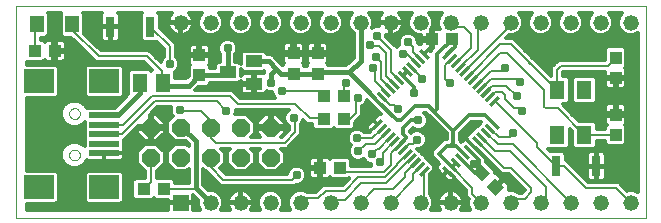
<source format=gtl>
G75*
G70*
%OFA0B0*%
%FSLAX24Y24*%
%IPPOS*%
%LPD*%
%AMOC8*
5,1,8,0,0,1.08239X$1,22.5*
%
%ADD10C,0.0000*%
%ADD11R,0.0400X0.0120*%
%ADD12R,0.0120X0.0400*%
%ADD13R,0.0394X0.0433*%
%ADD14R,0.0433X0.0394*%
%ADD15R,0.0520X0.0520*%
%ADD16C,0.0520*%
%ADD17R,0.0512X0.0591*%
%ADD18R,0.0512X0.0630*%
%ADD19R,0.0984X0.0197*%
%ADD20R,0.0984X0.0787*%
%ADD21R,0.0551X0.0394*%
%ADD22OC8,0.0600*%
%ADD23R,0.0315X0.0669*%
%ADD24R,0.0472X0.0551*%
%ADD25C,0.0160*%
%ADD26C,0.0120*%
%ADD27C,0.0080*%
%ADD28C,0.0310*%
D10*
X000514Y000897D02*
X000514Y007967D01*
X021506Y007967D01*
X021506Y000897D01*
X000514Y000897D01*
X002297Y002988D02*
X002299Y003014D01*
X002305Y003040D01*
X002315Y003065D01*
X002328Y003088D01*
X002344Y003108D01*
X002364Y003126D01*
X002386Y003141D01*
X002409Y003153D01*
X002435Y003161D01*
X002461Y003165D01*
X002487Y003165D01*
X002513Y003161D01*
X002539Y003153D01*
X002563Y003141D01*
X002584Y003126D01*
X002604Y003108D01*
X002620Y003088D01*
X002633Y003065D01*
X002643Y003040D01*
X002649Y003014D01*
X002651Y002988D01*
X002649Y002962D01*
X002643Y002936D01*
X002633Y002911D01*
X002620Y002888D01*
X002604Y002868D01*
X002584Y002850D01*
X002562Y002835D01*
X002539Y002823D01*
X002513Y002815D01*
X002487Y002811D01*
X002461Y002811D01*
X002435Y002815D01*
X002409Y002823D01*
X002385Y002835D01*
X002364Y002850D01*
X002344Y002868D01*
X002328Y002888D01*
X002315Y002911D01*
X002305Y002936D01*
X002299Y002962D01*
X002297Y002988D01*
X002297Y004366D02*
X002299Y004392D01*
X002305Y004418D01*
X002315Y004443D01*
X002328Y004466D01*
X002344Y004486D01*
X002364Y004504D01*
X002386Y004519D01*
X002409Y004531D01*
X002435Y004539D01*
X002461Y004543D01*
X002487Y004543D01*
X002513Y004539D01*
X002539Y004531D01*
X002563Y004519D01*
X002584Y004504D01*
X002604Y004486D01*
X002620Y004466D01*
X002633Y004443D01*
X002643Y004418D01*
X002649Y004392D01*
X002651Y004366D01*
X002649Y004340D01*
X002643Y004314D01*
X002633Y004289D01*
X002620Y004266D01*
X002604Y004246D01*
X002584Y004228D01*
X002562Y004213D01*
X002539Y004201D01*
X002513Y004193D01*
X002487Y004189D01*
X002461Y004189D01*
X002435Y004193D01*
X002409Y004201D01*
X002385Y004213D01*
X002364Y004228D01*
X002344Y004246D01*
X002328Y004266D01*
X002315Y004289D01*
X002305Y004314D01*
X002299Y004340D01*
X002297Y004366D01*
D11*
G36*
X012752Y004106D02*
X012471Y003825D01*
X012386Y003910D01*
X012667Y004191D01*
X012752Y004106D01*
G37*
G36*
X012894Y003965D02*
X012613Y003684D01*
X012528Y003769D01*
X012809Y004050D01*
X012894Y003965D01*
G37*
G36*
X013035Y003823D02*
X012754Y003542D01*
X012669Y003627D01*
X012950Y003908D01*
X013035Y003823D01*
G37*
G36*
X013177Y003682D02*
X012896Y003401D01*
X012811Y003486D01*
X013092Y003767D01*
X013177Y003682D01*
G37*
G36*
X013318Y003540D02*
X013037Y003259D01*
X012952Y003344D01*
X013233Y003625D01*
X013318Y003540D01*
G37*
G36*
X013460Y003399D02*
X013179Y003118D01*
X013094Y003203D01*
X013375Y003484D01*
X013460Y003399D01*
G37*
G36*
X013601Y003258D02*
X013320Y002977D01*
X013235Y003062D01*
X013516Y003343D01*
X013601Y003258D01*
G37*
G36*
X013742Y003116D02*
X013461Y002835D01*
X013376Y002920D01*
X013657Y003201D01*
X013742Y003116D01*
G37*
G36*
X013884Y002975D02*
X013603Y002694D01*
X013518Y002779D01*
X013799Y003060D01*
X013884Y002975D01*
G37*
G36*
X014025Y002833D02*
X013744Y002552D01*
X013659Y002637D01*
X013940Y002918D01*
X014025Y002833D01*
G37*
G36*
X014167Y002692D02*
X013886Y002411D01*
X013801Y002496D01*
X014082Y002777D01*
X014167Y002692D01*
G37*
G36*
X014308Y002550D02*
X014027Y002269D01*
X013942Y002354D01*
X014223Y002635D01*
X014308Y002550D01*
G37*
G36*
X016642Y004884D02*
X016361Y004603D01*
X016276Y004688D01*
X016557Y004969D01*
X016642Y004884D01*
G37*
G36*
X016500Y005025D02*
X016219Y004744D01*
X016134Y004829D01*
X016415Y005110D01*
X016500Y005025D01*
G37*
G36*
X016359Y005167D02*
X016078Y004886D01*
X015993Y004971D01*
X016274Y005252D01*
X016359Y005167D01*
G37*
G36*
X016217Y005308D02*
X015936Y005027D01*
X015851Y005112D01*
X016132Y005393D01*
X016217Y005308D01*
G37*
G36*
X016076Y005450D02*
X015795Y005169D01*
X015710Y005254D01*
X015991Y005535D01*
X016076Y005450D01*
G37*
G36*
X015934Y005591D02*
X015653Y005310D01*
X015568Y005395D01*
X015849Y005676D01*
X015934Y005591D01*
G37*
G36*
X015793Y005732D02*
X015512Y005451D01*
X015427Y005536D01*
X015708Y005817D01*
X015793Y005732D01*
G37*
G36*
X015652Y005874D02*
X015371Y005593D01*
X015286Y005678D01*
X015567Y005959D01*
X015652Y005874D01*
G37*
G36*
X015510Y006015D02*
X015229Y005734D01*
X015144Y005819D01*
X015425Y006100D01*
X015510Y006015D01*
G37*
G36*
X015369Y006157D02*
X015088Y005876D01*
X015003Y005961D01*
X015284Y006242D01*
X015369Y006157D01*
G37*
G36*
X015227Y006298D02*
X014946Y006017D01*
X014861Y006102D01*
X015142Y006383D01*
X015227Y006298D01*
G37*
G36*
X015086Y006440D02*
X014805Y006159D01*
X014720Y006244D01*
X015001Y006525D01*
X015086Y006440D01*
G37*
D12*
G36*
X014308Y006244D02*
X014223Y006159D01*
X013942Y006440D01*
X014027Y006525D01*
X014308Y006244D01*
G37*
G36*
X014167Y006102D02*
X014082Y006017D01*
X013801Y006298D01*
X013886Y006383D01*
X014167Y006102D01*
G37*
G36*
X014025Y005961D02*
X013940Y005876D01*
X013659Y006157D01*
X013744Y006242D01*
X014025Y005961D01*
G37*
G36*
X013884Y005819D02*
X013799Y005734D01*
X013518Y006015D01*
X013603Y006100D01*
X013884Y005819D01*
G37*
G36*
X013742Y005678D02*
X013657Y005593D01*
X013376Y005874D01*
X013461Y005959D01*
X013742Y005678D01*
G37*
G36*
X013601Y005536D02*
X013516Y005451D01*
X013235Y005732D01*
X013320Y005817D01*
X013601Y005536D01*
G37*
G36*
X013460Y005395D02*
X013375Y005310D01*
X013094Y005591D01*
X013179Y005676D01*
X013460Y005395D01*
G37*
G36*
X013318Y005254D02*
X013233Y005169D01*
X012952Y005450D01*
X013037Y005535D01*
X013318Y005254D01*
G37*
G36*
X013177Y005112D02*
X013092Y005027D01*
X012811Y005308D01*
X012896Y005393D01*
X013177Y005112D01*
G37*
G36*
X013035Y004971D02*
X012950Y004886D01*
X012669Y005167D01*
X012754Y005252D01*
X013035Y004971D01*
G37*
G36*
X012894Y004829D02*
X012809Y004744D01*
X012528Y005025D01*
X012613Y005110D01*
X012894Y004829D01*
G37*
G36*
X012752Y004688D02*
X012667Y004603D01*
X012386Y004884D01*
X012471Y004969D01*
X012752Y004688D01*
G37*
G36*
X016076Y003344D02*
X015991Y003259D01*
X015710Y003540D01*
X015795Y003625D01*
X016076Y003344D01*
G37*
G36*
X016217Y003486D02*
X016132Y003401D01*
X015851Y003682D01*
X015936Y003767D01*
X016217Y003486D01*
G37*
G36*
X015934Y003203D02*
X015849Y003118D01*
X015568Y003399D01*
X015653Y003484D01*
X015934Y003203D01*
G37*
G36*
X015793Y003062D02*
X015708Y002977D01*
X015427Y003258D01*
X015512Y003343D01*
X015793Y003062D01*
G37*
G36*
X015652Y002920D02*
X015567Y002835D01*
X015286Y003116D01*
X015371Y003201D01*
X015652Y002920D01*
G37*
G36*
X015510Y002779D02*
X015425Y002694D01*
X015144Y002975D01*
X015229Y003060D01*
X015510Y002779D01*
G37*
G36*
X015369Y002637D02*
X015284Y002552D01*
X015003Y002833D01*
X015088Y002918D01*
X015369Y002637D01*
G37*
G36*
X015227Y002496D02*
X015142Y002411D01*
X014861Y002692D01*
X014946Y002777D01*
X015227Y002496D01*
G37*
G36*
X015086Y002354D02*
X015001Y002269D01*
X014720Y002550D01*
X014805Y002635D01*
X015086Y002354D01*
G37*
G36*
X016359Y003627D02*
X016274Y003542D01*
X015993Y003823D01*
X016078Y003908D01*
X016359Y003627D01*
G37*
G36*
X016500Y003769D02*
X016415Y003684D01*
X016134Y003965D01*
X016219Y004050D01*
X016500Y003769D01*
G37*
G36*
X016642Y003910D02*
X016557Y003825D01*
X016276Y004106D01*
X016361Y004191D01*
X016642Y003910D01*
G37*
D13*
X020514Y003662D03*
X020514Y004332D03*
X020514Y005562D03*
X020514Y006232D03*
X010574Y006372D03*
X009774Y006372D03*
X009774Y005702D03*
X010574Y005702D03*
X006634Y005642D03*
X006634Y006312D03*
D14*
X010779Y004937D03*
X011449Y004937D03*
X011449Y004177D03*
X010779Y004177D03*
X010659Y002557D03*
X011329Y002557D03*
G36*
X016050Y002102D02*
X015745Y002407D01*
X016024Y002686D01*
X016329Y002381D01*
X016050Y002102D01*
G37*
G36*
X016524Y001628D02*
X016219Y001933D01*
X016498Y002212D01*
X016803Y001907D01*
X016524Y001628D01*
G37*
X005449Y001857D03*
X004779Y001857D03*
X001809Y006457D03*
X001139Y006457D03*
X014399Y006837D03*
X015069Y006837D03*
D15*
X006014Y001397D03*
D16*
X007014Y001397D03*
X008014Y001397D03*
X009014Y001397D03*
X010014Y001397D03*
X011014Y001397D03*
X012014Y001397D03*
X013014Y001397D03*
X014014Y001397D03*
X015014Y001397D03*
X016014Y001397D03*
X017014Y001397D03*
X018014Y001397D03*
X019014Y001397D03*
X020014Y001397D03*
X021014Y001397D03*
X021014Y007397D03*
X020014Y007397D03*
X019014Y007397D03*
X018014Y007397D03*
X017014Y007397D03*
X016014Y007397D03*
X015014Y007397D03*
X014014Y007397D03*
X013014Y007397D03*
X012014Y007397D03*
X011014Y007397D03*
X010014Y007397D03*
X009014Y007397D03*
X008014Y007397D03*
X007014Y007397D03*
X006014Y007397D03*
D17*
X005408Y005397D03*
X004660Y005397D03*
D18*
X018561Y005145D03*
X019467Y005145D03*
X019467Y003649D03*
X018561Y003649D03*
D19*
X003458Y003677D03*
X003458Y003992D03*
X003458Y004307D03*
X003458Y003362D03*
X003458Y003047D03*
D20*
X003458Y001905D03*
X001293Y001905D03*
X001293Y005449D03*
X003458Y005449D03*
D21*
X007581Y005737D03*
X008447Y005363D03*
X008447Y006111D03*
D22*
X008014Y003897D03*
X009014Y003897D03*
X007014Y003897D03*
X006014Y003897D03*
X005014Y003897D03*
X005014Y002897D03*
X006014Y002897D03*
X007014Y002897D03*
X008014Y002897D03*
X009014Y002897D03*
D23*
X018525Y002617D03*
X019863Y002617D03*
X005003Y007257D03*
X003665Y007257D03*
D24*
X002405Y007337D03*
X001223Y007337D03*
D25*
X004660Y005397D02*
X004660Y005058D01*
X003909Y004307D01*
X003458Y004307D01*
X005408Y005397D02*
X005508Y005297D01*
X006289Y005297D01*
X006634Y005642D01*
X007336Y005642D01*
X007581Y005737D01*
X007574Y005744D02*
X007574Y006537D01*
X008394Y006164D02*
X008447Y006111D01*
X008940Y006111D01*
X009194Y005857D01*
X009034Y005697D01*
X009034Y005397D01*
X009354Y005697D02*
X009769Y005697D01*
X009774Y005702D01*
X009705Y005771D01*
X009774Y005702D02*
X010574Y005702D01*
X010609Y005737D01*
X011618Y005737D01*
X012014Y006133D01*
X012014Y007397D01*
X009354Y005697D02*
X009194Y005857D01*
X011618Y005737D02*
X012278Y005077D01*
X006634Y005642D02*
X006569Y005577D01*
X006054Y003897D02*
X006514Y003437D01*
X006514Y001897D01*
X007014Y001397D01*
D26*
X007409Y001253D02*
X007619Y001253D01*
X007594Y001313D02*
X007658Y001159D01*
X007660Y001157D01*
X007368Y001157D01*
X007370Y001159D01*
X007434Y001313D01*
X007434Y001481D01*
X007370Y001635D01*
X007252Y001753D01*
X007098Y001817D01*
X006933Y001817D01*
X006754Y001996D01*
X006754Y002507D01*
X006823Y002437D01*
X006871Y002437D01*
X007234Y002074D01*
X007351Y001957D01*
X009631Y001957D01*
X009797Y001957D01*
X009842Y002002D01*
X009937Y002002D01*
X010052Y002050D01*
X010141Y002139D01*
X010189Y002254D01*
X010189Y002380D01*
X010141Y002495D01*
X010052Y002584D01*
X009937Y002632D01*
X009811Y002632D01*
X009696Y002584D01*
X009607Y002495D01*
X009559Y002380D01*
X009559Y002357D01*
X007517Y002357D01*
X007321Y002553D01*
X007474Y002706D01*
X007474Y003088D01*
X007364Y003197D01*
X007664Y003197D01*
X007554Y003088D01*
X007554Y002706D01*
X007823Y002437D01*
X008205Y002437D01*
X008474Y002706D01*
X008474Y003088D01*
X008364Y003197D01*
X008664Y003197D01*
X008554Y003088D01*
X008554Y002706D01*
X008823Y002437D01*
X009205Y002437D01*
X009474Y002706D01*
X009474Y003088D01*
X009364Y003197D01*
X009391Y003197D01*
X009557Y003197D01*
X009897Y003537D01*
X010014Y003654D01*
X010014Y004011D01*
X010041Y004039D01*
X010089Y004154D01*
X010089Y004159D01*
X010114Y004134D01*
X010231Y004017D01*
X010403Y004017D01*
X010403Y003914D01*
X010497Y003820D01*
X011062Y003820D01*
X011114Y003872D01*
X011166Y003820D01*
X011731Y003820D01*
X011825Y003914D01*
X011825Y004065D01*
X011937Y004177D01*
X012054Y004294D01*
X012054Y004614D01*
X012092Y004630D01*
X012181Y004719D01*
X012223Y004821D01*
X012226Y004819D01*
X012349Y004695D01*
X012349Y004690D01*
X012153Y004690D01*
X012218Y004809D02*
X012235Y004809D01*
X012349Y004690D02*
X012478Y004562D01*
X012478Y004562D01*
X012688Y004352D01*
X012602Y004352D01*
X012414Y004164D01*
X012555Y004022D01*
X012414Y004163D01*
X012226Y003975D01*
X012226Y003843D01*
X012315Y003754D01*
X012367Y003806D01*
X012367Y003806D01*
X012298Y003737D01*
X012139Y003737D01*
X012072Y003804D01*
X011957Y003852D01*
X011831Y003852D01*
X011716Y003804D01*
X011627Y003715D01*
X011579Y003600D01*
X011579Y003474D01*
X011627Y003359D01*
X011679Y003307D01*
X011667Y003295D01*
X011619Y003180D01*
X011619Y003054D01*
X011667Y002939D01*
X011756Y002850D01*
X011871Y002802D01*
X011997Y002802D01*
X012104Y002846D01*
X012107Y002839D01*
X012196Y002750D01*
X012311Y002702D01*
X012339Y002702D01*
X012339Y002674D01*
X012363Y002617D01*
X011705Y002617D01*
X011705Y002820D01*
X011611Y002914D01*
X011046Y002914D01*
X010994Y002862D01*
X010942Y002914D01*
X010698Y002914D01*
X010698Y002596D01*
X010621Y002596D01*
X010621Y002914D01*
X010377Y002914D01*
X010283Y002820D01*
X010283Y002595D01*
X010621Y002595D01*
X010621Y002519D01*
X010283Y002519D01*
X010283Y002294D01*
X010377Y002200D01*
X010621Y002200D01*
X010621Y002518D01*
X010698Y002518D01*
X010698Y002200D01*
X010942Y002200D01*
X010994Y002252D01*
X011046Y002200D01*
X011611Y002200D01*
X011628Y002217D01*
X011631Y002217D01*
X011411Y001997D01*
X010771Y001997D01*
X010654Y001880D01*
X010654Y001880D01*
X010511Y001737D01*
X010268Y001737D01*
X010252Y001753D01*
X010098Y001817D01*
X009930Y001817D01*
X009776Y001753D01*
X009658Y001635D01*
X009594Y001481D01*
X009594Y001313D01*
X009658Y001159D01*
X009660Y001157D01*
X009368Y001157D01*
X009370Y001159D01*
X009434Y001313D01*
X009434Y001481D01*
X009370Y001635D01*
X009252Y001753D01*
X009098Y001817D01*
X008930Y001817D01*
X008776Y001753D01*
X008658Y001635D01*
X008594Y001481D01*
X008594Y001313D01*
X008658Y001159D01*
X008660Y001157D01*
X008368Y001157D01*
X008370Y001159D01*
X008434Y001313D01*
X008434Y001377D01*
X008034Y001377D01*
X008034Y001417D01*
X007994Y001417D01*
X007994Y001817D01*
X007930Y001817D01*
X007776Y001753D01*
X007658Y001635D01*
X007594Y001481D01*
X007594Y001417D01*
X007994Y001417D01*
X007994Y001377D01*
X007594Y001377D01*
X007594Y001313D01*
X007594Y001371D02*
X007434Y001371D01*
X007430Y001490D02*
X007598Y001490D01*
X007647Y001608D02*
X007381Y001608D01*
X007278Y001727D02*
X007750Y001727D01*
X007994Y001727D02*
X008034Y001727D01*
X008034Y001817D02*
X008034Y001417D01*
X008434Y001417D01*
X008434Y001481D01*
X008370Y001635D01*
X008252Y001753D01*
X008098Y001817D01*
X008034Y001817D01*
X008278Y001727D02*
X008750Y001727D01*
X008647Y001608D02*
X008381Y001608D01*
X008430Y001490D02*
X008598Y001490D01*
X008594Y001371D02*
X008434Y001371D01*
X008409Y001253D02*
X008619Y001253D01*
X008034Y001490D02*
X007994Y001490D01*
X007994Y001608D02*
X008034Y001608D01*
X007344Y001964D02*
X006786Y001964D01*
X006754Y002082D02*
X007226Y002082D01*
X007107Y002201D02*
X006754Y002201D01*
X006754Y002320D02*
X006989Y002320D01*
X006822Y002438D02*
X006754Y002438D01*
X007324Y002557D02*
X007704Y002557D01*
X007585Y002675D02*
X007443Y002675D01*
X007474Y002794D02*
X007554Y002794D01*
X007554Y002912D02*
X007474Y002912D01*
X007474Y003031D02*
X007554Y003031D01*
X007616Y003149D02*
X007412Y003149D01*
X008412Y003149D02*
X008616Y003149D01*
X008554Y003031D02*
X008474Y003031D01*
X008474Y002912D02*
X008554Y002912D01*
X008554Y002794D02*
X008474Y002794D01*
X008443Y002675D02*
X008585Y002675D01*
X008704Y002557D02*
X008324Y002557D01*
X008206Y002438D02*
X008822Y002438D01*
X009206Y002438D02*
X009583Y002438D01*
X009668Y002557D02*
X009324Y002557D01*
X009443Y002675D02*
X010283Y002675D01*
X010283Y002794D02*
X009474Y002794D01*
X009474Y002912D02*
X010375Y002912D01*
X010621Y002912D02*
X010698Y002912D01*
X010944Y002912D02*
X011044Y002912D01*
X010698Y002794D02*
X010621Y002794D01*
X010621Y002675D02*
X010698Y002675D01*
X010621Y002557D02*
X010080Y002557D01*
X010165Y002438D02*
X010283Y002438D01*
X010283Y002320D02*
X010189Y002320D01*
X010167Y002201D02*
X010376Y002201D01*
X010621Y002201D02*
X010698Y002201D01*
X010698Y002320D02*
X010621Y002320D01*
X010621Y002438D02*
X010698Y002438D01*
X010943Y002201D02*
X011045Y002201D01*
X010738Y001964D02*
X009804Y001964D01*
X010085Y002082D02*
X011497Y002082D01*
X011612Y002201D02*
X011615Y002201D01*
X010620Y001845D02*
X006905Y001845D01*
X006594Y001478D02*
X006434Y001638D01*
X006434Y001417D01*
X006034Y001417D01*
X006034Y001377D01*
X006434Y001377D01*
X006434Y001157D01*
X006660Y001157D01*
X006658Y001159D01*
X006594Y001313D01*
X006594Y001478D01*
X006582Y001490D02*
X006434Y001490D01*
X006434Y001608D02*
X006463Y001608D01*
X005994Y001417D02*
X005994Y001377D01*
X005594Y001377D01*
X005594Y001157D01*
X000894Y001157D01*
X000894Y001352D01*
X001851Y001352D01*
X001945Y001445D01*
X001945Y002365D01*
X001851Y002459D01*
X000894Y002459D01*
X000894Y004895D01*
X001851Y004895D01*
X001945Y004989D01*
X001945Y005909D01*
X001851Y006002D01*
X000894Y006002D01*
X000894Y006100D01*
X001422Y006100D01*
X001474Y006152D01*
X001526Y006100D01*
X001770Y006100D01*
X001770Y006418D01*
X001847Y006418D01*
X001847Y006100D01*
X002091Y006100D01*
X002185Y006194D01*
X002185Y006419D01*
X001847Y006419D01*
X001847Y006495D01*
X002185Y006495D01*
X002185Y006720D01*
X002091Y006814D01*
X001847Y006814D01*
X001847Y006496D01*
X001770Y006496D01*
X001770Y006814D01*
X001526Y006814D01*
X001474Y006762D01*
X001422Y006814D01*
X001339Y006814D01*
X001339Y006901D01*
X001526Y006901D01*
X001620Y006995D01*
X001620Y007679D01*
X001591Y007707D01*
X002037Y007707D01*
X002008Y007679D01*
X002008Y006995D01*
X002102Y006901D01*
X002367Y006901D01*
X003074Y006194D01*
X003191Y006077D01*
X004791Y006077D01*
X005051Y005817D01*
X005034Y005800D01*
X004982Y005852D01*
X004338Y005852D01*
X004244Y005759D01*
X004244Y005035D01*
X004271Y005008D01*
X003828Y004565D01*
X002900Y004565D01*
X002875Y004540D01*
X002845Y004614D01*
X002722Y004737D01*
X002561Y004803D01*
X002387Y004803D01*
X002226Y004737D01*
X002103Y004614D01*
X002037Y004453D01*
X002037Y004279D01*
X002103Y004118D01*
X002226Y003995D01*
X002387Y003929D01*
X002561Y003929D01*
X002722Y003995D01*
X002806Y004080D01*
X002806Y003827D01*
X002806Y003527D01*
X002806Y003274D01*
X002722Y003359D01*
X002561Y003425D01*
X002387Y003425D01*
X002226Y003359D01*
X002103Y003236D01*
X002037Y003075D01*
X002037Y002901D01*
X002103Y002740D01*
X002226Y002617D01*
X002387Y002551D01*
X002561Y002551D01*
X002722Y002617D01*
X002845Y002740D01*
X002875Y002814D01*
X002900Y002789D01*
X003458Y002789D01*
X003458Y003047D01*
X003458Y003047D01*
X003458Y002789D01*
X004017Y002789D01*
X004110Y002882D01*
X004110Y003047D01*
X003459Y003047D01*
X003459Y003047D01*
X004110Y003047D01*
X004110Y003197D01*
X004110Y003477D01*
X004137Y003477D01*
X004597Y003937D01*
X004974Y003937D01*
X004974Y004314D01*
X005237Y004577D01*
X005695Y004577D01*
X005679Y004540D01*
X005679Y004414D01*
X005727Y004299D01*
X005746Y004279D01*
X005554Y004088D01*
X005554Y003706D01*
X005823Y003437D01*
X006175Y003437D01*
X006274Y003338D01*
X006274Y003287D01*
X006205Y003357D01*
X005823Y003357D01*
X005554Y003088D01*
X005554Y002706D01*
X005823Y002437D01*
X006205Y002437D01*
X006274Y002507D01*
X006274Y002057D01*
X005825Y002057D01*
X005825Y002120D01*
X005731Y002214D01*
X005214Y002214D01*
X005214Y002446D01*
X005474Y002706D01*
X005474Y003088D01*
X005205Y003357D01*
X004823Y003357D01*
X004554Y003088D01*
X004554Y002706D01*
X004814Y002446D01*
X004814Y002214D01*
X004497Y002214D01*
X004403Y002120D01*
X004403Y001594D01*
X004497Y001500D01*
X005062Y001500D01*
X005114Y001552D01*
X005166Y001500D01*
X005594Y001500D01*
X005594Y001417D01*
X005994Y001417D01*
X005594Y001371D02*
X004036Y001371D01*
X004017Y001352D02*
X004110Y001445D01*
X004110Y002365D01*
X004017Y002459D01*
X002900Y002459D01*
X002806Y002365D01*
X002806Y001445D01*
X002900Y001352D01*
X004017Y001352D01*
X004110Y001490D02*
X005594Y001490D01*
X005594Y001253D02*
X000894Y001253D01*
X001871Y001371D02*
X002880Y001371D01*
X002806Y001490D02*
X001945Y001490D01*
X001945Y001608D02*
X002806Y001608D01*
X002806Y001727D02*
X001945Y001727D01*
X001945Y001845D02*
X002806Y001845D01*
X002806Y001964D02*
X001945Y001964D01*
X001945Y002082D02*
X002806Y002082D01*
X002806Y002201D02*
X001945Y002201D01*
X001945Y002320D02*
X002806Y002320D01*
X002879Y002438D02*
X001872Y002438D01*
X002373Y002557D02*
X000894Y002557D01*
X000894Y002675D02*
X002169Y002675D01*
X002081Y002794D02*
X000894Y002794D01*
X000894Y002912D02*
X002037Y002912D01*
X002037Y003031D02*
X000894Y003031D01*
X000894Y003149D02*
X002068Y003149D01*
X002136Y003268D02*
X000894Y003268D01*
X000894Y003386D02*
X002294Y003386D01*
X002655Y003386D02*
X002806Y003386D01*
X002806Y003505D02*
X000894Y003505D01*
X000894Y003624D02*
X002806Y003624D01*
X002806Y003742D02*
X000894Y003742D01*
X000894Y003861D02*
X002806Y003861D01*
X002806Y003979D02*
X002682Y003979D01*
X002266Y003979D02*
X000894Y003979D01*
X000894Y004098D02*
X002124Y004098D01*
X002063Y004216D02*
X000894Y004216D01*
X000894Y004335D02*
X002037Y004335D01*
X002037Y004453D02*
X000894Y004453D01*
X000894Y004572D02*
X002086Y004572D01*
X002180Y004690D02*
X000894Y004690D01*
X000894Y004809D02*
X004072Y004809D01*
X004017Y004895D02*
X004110Y004989D01*
X004110Y005909D01*
X004017Y006002D01*
X002900Y006002D01*
X002806Y005909D01*
X002806Y004989D01*
X002900Y004895D01*
X004017Y004895D01*
X004049Y004927D02*
X004190Y004927D01*
X004244Y005046D02*
X004110Y005046D01*
X004110Y005165D02*
X004244Y005165D01*
X004244Y005283D02*
X004110Y005283D01*
X004110Y005402D02*
X004244Y005402D01*
X004244Y005520D02*
X004110Y005520D01*
X004110Y005639D02*
X004244Y005639D01*
X004244Y005757D02*
X004110Y005757D01*
X004110Y005876D02*
X004992Y005876D01*
X004874Y005994D02*
X004025Y005994D01*
X003155Y006113D02*
X002104Y006113D01*
X001847Y006113D02*
X001770Y006113D01*
X001859Y005994D02*
X002892Y005994D01*
X002806Y005876D02*
X001945Y005876D01*
X001945Y005757D02*
X002806Y005757D01*
X002806Y005639D02*
X001945Y005639D01*
X001945Y005520D02*
X002806Y005520D01*
X002806Y005402D02*
X001945Y005402D01*
X001945Y005283D02*
X002806Y005283D01*
X002806Y005165D02*
X001945Y005165D01*
X001945Y005046D02*
X002806Y005046D01*
X002867Y004927D02*
X001884Y004927D01*
X002768Y004690D02*
X003953Y004690D01*
X003835Y004572D02*
X002862Y004572D01*
X004520Y003861D02*
X004974Y003861D01*
X004974Y003857D02*
X004554Y003857D01*
X004554Y003706D01*
X004823Y003437D01*
X004974Y003437D01*
X004974Y003857D01*
X005054Y003857D01*
X005054Y003937D01*
X004974Y003937D01*
X004974Y003857D01*
X005054Y003857D02*
X005054Y003437D01*
X005205Y003437D01*
X005474Y003706D01*
X005474Y003857D01*
X005054Y003857D01*
X005054Y003861D02*
X005554Y003861D01*
X005474Y003937D02*
X005474Y004088D01*
X005205Y004357D01*
X005054Y004357D01*
X005054Y003937D01*
X005474Y003937D01*
X005474Y003979D02*
X005554Y003979D01*
X005564Y004098D02*
X005464Y004098D01*
X005345Y004216D02*
X005683Y004216D01*
X005712Y004335D02*
X005227Y004335D01*
X005113Y004453D02*
X005679Y004453D01*
X005692Y004572D02*
X005232Y004572D01*
X005054Y004335D02*
X004995Y004335D01*
X004974Y004216D02*
X005054Y004216D01*
X005054Y004098D02*
X004974Y004098D01*
X004974Y003979D02*
X005054Y003979D01*
X005054Y003742D02*
X004974Y003742D01*
X004974Y003624D02*
X005054Y003624D01*
X005054Y003505D02*
X004974Y003505D01*
X004756Y003505D02*
X004165Y003505D01*
X004283Y003624D02*
X004637Y003624D01*
X004554Y003742D02*
X004402Y003742D01*
X004110Y003386D02*
X006225Y003386D01*
X005756Y003505D02*
X005272Y003505D01*
X005391Y003624D02*
X005637Y003624D01*
X005554Y003742D02*
X005474Y003742D01*
X005294Y003268D02*
X005734Y003268D01*
X005616Y003149D02*
X005412Y003149D01*
X005474Y003031D02*
X005554Y003031D01*
X005554Y002912D02*
X005474Y002912D01*
X005474Y002794D02*
X005554Y002794D01*
X005585Y002675D02*
X005443Y002675D01*
X005324Y002557D02*
X005704Y002557D01*
X005822Y002438D02*
X005214Y002438D01*
X005214Y002320D02*
X006274Y002320D01*
X006274Y002438D02*
X006206Y002438D01*
X006274Y002201D02*
X005744Y002201D01*
X005825Y002082D02*
X006274Y002082D01*
X007436Y002438D02*
X007822Y002438D01*
X009474Y003031D02*
X011629Y003031D01*
X011613Y002912D02*
X011693Y002912D01*
X011705Y002794D02*
X012152Y002794D01*
X012339Y002675D02*
X011705Y002675D01*
X011619Y003149D02*
X009412Y003149D01*
X009628Y003268D02*
X011656Y003268D01*
X011615Y003386D02*
X009746Y003386D01*
X009865Y003505D02*
X011579Y003505D01*
X011589Y003624D02*
X009983Y003624D01*
X010014Y003742D02*
X011654Y003742D01*
X011772Y003861D02*
X012226Y003861D01*
X012229Y003979D02*
X011825Y003979D01*
X011857Y004098D02*
X012348Y004098D01*
X012479Y004098D02*
X012480Y004098D01*
X012555Y004022D02*
X012555Y004022D01*
X012466Y004216D02*
X011976Y004216D01*
X012054Y004335D02*
X012585Y004335D01*
X012587Y004453D02*
X012054Y004453D01*
X012054Y004572D02*
X012468Y004572D01*
X012569Y004782D02*
X013214Y004137D01*
X013354Y004137D01*
X013834Y004617D01*
X014274Y004617D01*
X014464Y004427D01*
X014554Y004517D01*
X014554Y006357D01*
X014814Y006617D01*
X014849Y006617D01*
X015069Y006837D01*
X015154Y006752D01*
X015154Y006597D01*
X014903Y006346D01*
X014903Y006342D01*
X014438Y006552D02*
X014334Y006448D01*
X014334Y006444D01*
X014297Y006480D01*
X014361Y006480D01*
X014361Y006798D01*
X014438Y006798D01*
X014438Y006552D01*
X014438Y006587D02*
X014361Y006587D01*
X014399Y006616D02*
X014125Y006342D01*
X014309Y006469D02*
X014354Y006469D01*
X014399Y006616D02*
X014399Y006837D01*
X014361Y006824D02*
X013899Y006824D01*
X013909Y006800D02*
X013861Y006915D01*
X013772Y007004D01*
X013657Y007052D01*
X013531Y007052D01*
X013416Y007004D01*
X013327Y006915D01*
X013279Y006800D01*
X013279Y006674D01*
X013293Y006640D01*
X013256Y006624D01*
X013213Y006581D01*
X012869Y006925D01*
X012869Y007002D01*
X012930Y006977D01*
X012994Y006977D01*
X012994Y007377D01*
X012594Y007377D01*
X012594Y007313D01*
X012611Y007272D01*
X012491Y007272D01*
X012401Y007235D01*
X012434Y007313D01*
X012434Y007481D01*
X012370Y007635D01*
X012298Y007707D01*
X012730Y007707D01*
X012658Y007635D01*
X012594Y007481D01*
X012594Y007417D01*
X012994Y007417D01*
X012434Y007417D01*
X012428Y007298D02*
X012600Y007298D01*
X012994Y007298D02*
X013034Y007298D01*
X013034Y007377D02*
X012994Y007377D01*
X012994Y007417D01*
X013034Y007417D02*
X013594Y007417D01*
X013594Y007481D02*
X013594Y007313D01*
X013658Y007159D01*
X013776Y007041D01*
X013930Y006977D01*
X014023Y006977D01*
X014023Y006875D01*
X014361Y006875D01*
X014361Y006799D01*
X014023Y006799D01*
X014023Y006685D01*
X013960Y006685D01*
X013944Y006670D01*
X013909Y006705D01*
X013909Y006800D01*
X013909Y006706D02*
X014023Y006706D01*
X014361Y006706D02*
X014438Y006706D01*
X014438Y006876D02*
X014361Y006876D01*
X014361Y007150D01*
X014370Y007159D01*
X014434Y007313D01*
X014434Y007481D01*
X014370Y007635D01*
X014298Y007707D01*
X014730Y007707D01*
X014658Y007635D01*
X014594Y007481D01*
X014594Y007313D01*
X014644Y007194D01*
X014438Y007194D01*
X014438Y006876D01*
X014438Y006943D02*
X014361Y006943D01*
X014361Y007061D02*
X014438Y007061D01*
X014438Y007180D02*
X014379Y007180D01*
X014428Y007298D02*
X014600Y007298D01*
X014594Y007417D02*
X014434Y007417D01*
X014411Y007535D02*
X014617Y007535D01*
X014677Y007654D02*
X014351Y007654D01*
X013730Y007707D02*
X013658Y007635D01*
X013594Y007481D01*
X013617Y007535D02*
X013411Y007535D01*
X013434Y007481D02*
X013370Y007635D01*
X013298Y007707D01*
X013730Y007707D01*
X013677Y007654D02*
X013351Y007654D01*
X013434Y007481D02*
X013434Y007417D01*
X013034Y007417D01*
X013034Y007377D01*
X013434Y007377D01*
X013434Y007313D01*
X013370Y007159D01*
X013252Y007041D01*
X013098Y006977D01*
X013034Y006977D01*
X013034Y007377D01*
X013034Y007180D02*
X012994Y007180D01*
X012994Y007061D02*
X013034Y007061D01*
X012869Y006943D02*
X013354Y006943D01*
X013289Y006824D02*
X012970Y006824D01*
X013088Y006706D02*
X013279Y006706D01*
X013219Y006587D02*
X013207Y006587D01*
X013834Y006943D02*
X014023Y006943D01*
X013756Y007061D02*
X013272Y007061D01*
X013379Y007180D02*
X013649Y007180D01*
X013600Y007298D02*
X013428Y007298D01*
X012677Y007654D02*
X012351Y007654D01*
X012411Y007535D02*
X012617Y007535D01*
X011730Y007707D02*
X011658Y007635D01*
X011594Y007481D01*
X011594Y007313D01*
X011658Y007159D01*
X011774Y007043D01*
X011774Y006232D01*
X011519Y005977D01*
X010931Y005977D01*
X010931Y005985D01*
X010879Y006037D01*
X010931Y006089D01*
X010931Y006333D01*
X010613Y006333D01*
X010613Y006410D01*
X010931Y006410D01*
X010931Y006654D01*
X010837Y006748D01*
X010612Y006748D01*
X010612Y006410D01*
X010536Y006410D01*
X010536Y006748D01*
X010311Y006748D01*
X010217Y006654D01*
X010217Y006410D01*
X010535Y006410D01*
X010535Y006333D01*
X010217Y006333D01*
X010217Y006089D01*
X010269Y006037D01*
X010217Y005985D01*
X010217Y005942D01*
X010131Y005942D01*
X010131Y005985D01*
X010079Y006037D01*
X010131Y006089D01*
X010131Y006333D01*
X009813Y006333D01*
X009813Y006410D01*
X010131Y006410D01*
X010131Y006654D01*
X010037Y006748D01*
X009812Y006748D01*
X009812Y006410D01*
X009736Y006410D01*
X009736Y006748D01*
X009511Y006748D01*
X009417Y006654D01*
X009417Y006410D01*
X009735Y006410D01*
X009735Y006333D01*
X009417Y006333D01*
X009417Y006089D01*
X009469Y006037D01*
X009417Y005985D01*
X009417Y005973D01*
X009397Y005993D01*
X009330Y006060D01*
X009076Y006314D01*
X008988Y006351D01*
X008892Y006351D01*
X008883Y006351D01*
X008883Y006374D01*
X008789Y006468D01*
X008105Y006468D01*
X008011Y006374D01*
X008011Y006005D01*
X007923Y006094D01*
X007814Y006094D01*
X007814Y006331D01*
X007841Y006359D01*
X007889Y006474D01*
X007889Y006600D01*
X007841Y006715D01*
X007752Y006804D01*
X007637Y006852D01*
X007511Y006852D01*
X007396Y006804D01*
X007307Y006715D01*
X007259Y006600D01*
X007259Y006474D01*
X007307Y006359D01*
X007334Y006331D01*
X007334Y006094D01*
X007239Y006094D01*
X007145Y006000D01*
X007145Y005882D01*
X006991Y005882D01*
X006991Y005925D01*
X006939Y005977D01*
X006991Y006029D01*
X006991Y006273D01*
X006673Y006273D01*
X006673Y006350D01*
X007316Y006350D01*
X007334Y006231D02*
X006991Y006231D01*
X006991Y006350D02*
X006991Y006594D01*
X006897Y006688D01*
X006672Y006688D01*
X006672Y006350D01*
X006596Y006350D01*
X006596Y006688D01*
X006371Y006688D01*
X006277Y006594D01*
X006277Y006350D01*
X006595Y006350D01*
X005854Y006350D01*
X005854Y006262D02*
X005854Y006523D01*
X005854Y006689D01*
X005321Y007222D01*
X005321Y007658D01*
X005272Y007707D01*
X005730Y007707D01*
X005658Y007635D01*
X005594Y007481D01*
X005594Y007417D01*
X005994Y007417D01*
X005321Y007417D01*
X005321Y007298D02*
X005600Y007298D01*
X005594Y007313D02*
X005658Y007159D01*
X005776Y007041D01*
X005930Y006977D01*
X005994Y006977D01*
X005994Y007377D01*
X006034Y007377D01*
X006034Y007417D01*
X006594Y007417D01*
X006594Y007481D02*
X006594Y007313D01*
X006658Y007159D01*
X006776Y007041D01*
X006930Y006977D01*
X007098Y006977D01*
X007252Y007041D01*
X007370Y007159D01*
X007434Y007313D01*
X007434Y007481D01*
X007370Y007635D01*
X007298Y007707D01*
X007730Y007707D01*
X007658Y007635D01*
X007594Y007481D01*
X007594Y007313D01*
X007658Y007159D01*
X007776Y007041D01*
X007930Y006977D01*
X008098Y006977D01*
X008252Y007041D01*
X008370Y007159D01*
X008434Y007313D01*
X008434Y007481D01*
X008370Y007635D01*
X008298Y007707D01*
X008730Y007707D01*
X008658Y007635D01*
X008594Y007481D01*
X008594Y007313D01*
X008658Y007159D01*
X008776Y007041D01*
X008930Y006977D01*
X009098Y006977D01*
X009252Y007041D01*
X009370Y007159D01*
X009434Y007313D01*
X009434Y007481D01*
X009370Y007635D01*
X009298Y007707D01*
X009730Y007707D01*
X009658Y007635D01*
X009594Y007481D01*
X009594Y007313D01*
X009658Y007159D01*
X009776Y007041D01*
X009930Y006977D01*
X010098Y006977D01*
X010252Y007041D01*
X010370Y007159D01*
X010434Y007313D01*
X010434Y007481D01*
X010370Y007635D01*
X010298Y007707D01*
X010730Y007707D01*
X010658Y007635D01*
X010594Y007481D01*
X010594Y007313D01*
X010658Y007159D01*
X010776Y007041D01*
X010930Y006977D01*
X011098Y006977D01*
X011252Y007041D01*
X011370Y007159D01*
X011434Y007313D01*
X011434Y007481D01*
X011370Y007635D01*
X011298Y007707D01*
X011730Y007707D01*
X011677Y007654D02*
X011351Y007654D01*
X011411Y007535D02*
X011617Y007535D01*
X011594Y007417D02*
X011434Y007417D01*
X011428Y007298D02*
X011600Y007298D01*
X011649Y007180D02*
X011379Y007180D01*
X011272Y007061D02*
X011756Y007061D01*
X011774Y006943D02*
X005600Y006943D01*
X005482Y007061D02*
X005756Y007061D01*
X005994Y007061D02*
X006034Y007061D01*
X006034Y006977D02*
X006098Y006977D01*
X006252Y007041D01*
X006370Y007159D01*
X006434Y007313D01*
X006434Y007377D01*
X006034Y007377D01*
X006034Y006977D01*
X006272Y007061D02*
X006756Y007061D01*
X006649Y007180D02*
X006379Y007180D01*
X006428Y007298D02*
X006600Y007298D01*
X006434Y007417D02*
X006434Y007481D01*
X006370Y007635D01*
X006298Y007707D01*
X006730Y007707D01*
X006658Y007635D01*
X006594Y007481D01*
X006617Y007535D02*
X006411Y007535D01*
X006351Y007654D02*
X006677Y007654D01*
X006434Y007417D02*
X006034Y007417D01*
X005994Y007417D02*
X005994Y007377D01*
X005594Y007377D01*
X005594Y007313D01*
X005649Y007180D02*
X005363Y007180D01*
X005994Y007180D02*
X006034Y007180D01*
X006034Y007298D02*
X005994Y007298D01*
X005617Y007535D02*
X005321Y007535D01*
X005321Y007654D02*
X005677Y007654D01*
X004735Y007707D02*
X004686Y007658D01*
X004686Y006856D01*
X004780Y006762D01*
X005215Y006762D01*
X005454Y006523D01*
X005454Y006262D01*
X005387Y006195D01*
X005343Y006090D01*
X004957Y006477D01*
X004791Y006477D01*
X003357Y006477D01*
X002801Y007033D01*
X002801Y007679D01*
X002772Y007707D01*
X003396Y007707D01*
X003347Y007658D01*
X003347Y007276D01*
X003646Y007276D01*
X003646Y007238D01*
X003683Y007238D01*
X003683Y006762D01*
X003888Y006762D01*
X003982Y006856D01*
X003982Y007238D01*
X003684Y007238D01*
X003684Y007276D01*
X003982Y007276D01*
X003982Y007658D01*
X003933Y007707D01*
X004735Y007707D01*
X004686Y007654D02*
X003982Y007654D01*
X003982Y007535D02*
X004686Y007535D01*
X004686Y007417D02*
X003982Y007417D01*
X003982Y007298D02*
X004686Y007298D01*
X004686Y007180D02*
X003982Y007180D01*
X003683Y007180D02*
X003646Y007180D01*
X003646Y007238D02*
X003646Y006762D01*
X003441Y006762D01*
X003347Y006856D01*
X003347Y007238D01*
X003646Y007238D01*
X003347Y007180D02*
X002801Y007180D01*
X002801Y007298D02*
X003347Y007298D01*
X003347Y007417D02*
X002801Y007417D01*
X002801Y007535D02*
X003347Y007535D01*
X003347Y007654D02*
X002801Y007654D01*
X002008Y007654D02*
X001620Y007654D01*
X001620Y007535D02*
X002008Y007535D01*
X002008Y007417D02*
X001620Y007417D01*
X001620Y007298D02*
X002008Y007298D01*
X002008Y007180D02*
X001620Y007180D01*
X001620Y007061D02*
X002008Y007061D01*
X002061Y006943D02*
X001567Y006943D01*
X001339Y006824D02*
X002444Y006824D01*
X002563Y006706D02*
X002185Y006706D01*
X002185Y006587D02*
X002681Y006587D01*
X002800Y006469D02*
X001847Y006469D01*
X001847Y006350D02*
X001770Y006350D01*
X001770Y006231D02*
X001847Y006231D01*
X002185Y006231D02*
X003037Y006231D01*
X002918Y006350D02*
X002185Y006350D01*
X001847Y006587D02*
X001770Y006587D01*
X001770Y006706D02*
X001847Y006706D01*
X002801Y007061D02*
X003347Y007061D01*
X003347Y006943D02*
X002891Y006943D01*
X003010Y006824D02*
X003379Y006824D01*
X003646Y006824D02*
X003683Y006824D01*
X003683Y006943D02*
X003646Y006943D01*
X003646Y007061D02*
X003683Y007061D01*
X003982Y007061D02*
X004686Y007061D01*
X004686Y006943D02*
X003982Y006943D01*
X003950Y006824D02*
X004718Y006824D01*
X005272Y006706D02*
X003128Y006706D01*
X003247Y006587D02*
X005390Y006587D01*
X005454Y006469D02*
X004965Y006469D01*
X005084Y006350D02*
X005454Y006350D01*
X005423Y006231D02*
X005202Y006231D01*
X005321Y006113D02*
X005353Y006113D01*
X005854Y006262D02*
X005921Y006195D01*
X005969Y006080D01*
X005969Y005954D01*
X005921Y005839D01*
X005832Y005750D01*
X005824Y005746D01*
X005824Y005537D01*
X006189Y005537D01*
X006277Y005625D01*
X006277Y005925D01*
X006329Y005977D01*
X006277Y006029D01*
X006277Y006273D01*
X006595Y006273D01*
X006595Y006350D01*
X006673Y006350D02*
X006991Y006350D01*
X006991Y006469D02*
X007261Y006469D01*
X007259Y006587D02*
X006991Y006587D01*
X007303Y006706D02*
X005837Y006706D01*
X005854Y006587D02*
X006277Y006587D01*
X006277Y006469D02*
X005854Y006469D01*
X005885Y006231D02*
X006277Y006231D01*
X006277Y006113D02*
X005955Y006113D01*
X005969Y005994D02*
X006312Y005994D01*
X006277Y005876D02*
X005936Y005876D01*
X005840Y005757D02*
X006277Y005757D01*
X006277Y005639D02*
X005824Y005639D01*
X006492Y005161D02*
X006597Y005266D01*
X006897Y005266D01*
X006991Y005360D01*
X006991Y005402D01*
X007218Y005402D01*
X007217Y005402D02*
X007239Y005380D01*
X007923Y005380D01*
X008011Y005469D01*
X008011Y005401D01*
X008408Y005401D01*
X008408Y005324D01*
X008011Y005324D01*
X008011Y005100D01*
X008105Y005006D01*
X008409Y005006D01*
X008409Y005324D01*
X008486Y005324D01*
X008486Y005006D01*
X008789Y005006D01*
X008883Y005100D01*
X008883Y005119D01*
X008971Y005082D01*
X009059Y005082D01*
X009059Y005054D01*
X009107Y004939D01*
X009149Y004897D01*
X007997Y004897D01*
X007737Y005157D01*
X007571Y005157D01*
X006488Y005157D01*
X006492Y005161D01*
X006492Y005161D01*
X006496Y005165D02*
X008011Y005165D01*
X008011Y005283D02*
X006914Y005283D01*
X006991Y005402D02*
X007217Y005402D01*
X007944Y005402D02*
X008011Y005402D01*
X008409Y005402D02*
X008486Y005402D01*
X008409Y005402D01*
X008409Y005720D01*
X008105Y005720D01*
X008016Y005631D01*
X008016Y005843D01*
X008105Y005754D01*
X008789Y005754D01*
X008804Y005770D01*
X008794Y005745D01*
X008794Y005715D01*
X008789Y005720D01*
X008486Y005720D01*
X008486Y005402D01*
X008486Y005283D02*
X008409Y005283D01*
X008409Y005165D02*
X008486Y005165D01*
X008486Y005046D02*
X008409Y005046D01*
X008065Y005046D02*
X007848Y005046D01*
X007966Y004927D02*
X009118Y004927D01*
X009062Y005046D02*
X008829Y005046D01*
X008486Y005520D02*
X008409Y005520D01*
X008409Y005639D02*
X008486Y005639D01*
X008792Y005757D02*
X008799Y005757D01*
X009396Y005994D02*
X009426Y005994D01*
X009417Y006113D02*
X009277Y006113D01*
X009159Y006231D02*
X009417Y006231D01*
X009735Y006350D02*
X008990Y006350D01*
X009417Y006469D02*
X007887Y006469D01*
X007832Y006350D02*
X008011Y006350D01*
X008011Y006231D02*
X007814Y006231D01*
X007814Y006113D02*
X008011Y006113D01*
X007334Y006113D02*
X006991Y006113D01*
X006956Y005994D02*
X007145Y005994D01*
X006672Y006469D02*
X006596Y006469D01*
X006596Y006587D02*
X006672Y006587D01*
X007444Y006824D02*
X005719Y006824D01*
X007272Y007061D02*
X007756Y007061D01*
X007649Y007180D02*
X007379Y007180D01*
X007428Y007298D02*
X007600Y007298D01*
X007594Y007417D02*
X007434Y007417D01*
X007411Y007535D02*
X007617Y007535D01*
X007677Y007654D02*
X007351Y007654D01*
X008351Y007654D02*
X008677Y007654D01*
X008617Y007535D02*
X008411Y007535D01*
X008434Y007417D02*
X008594Y007417D01*
X008600Y007298D02*
X008428Y007298D01*
X008379Y007180D02*
X008649Y007180D01*
X008756Y007061D02*
X008272Y007061D01*
X007704Y006824D02*
X011774Y006824D01*
X011774Y006706D02*
X010880Y006706D01*
X010931Y006587D02*
X011774Y006587D01*
X011774Y006469D02*
X010931Y006469D01*
X010612Y006469D02*
X010536Y006469D01*
X010535Y006350D02*
X009813Y006350D01*
X009812Y006469D02*
X009736Y006469D01*
X009736Y006587D02*
X009812Y006587D01*
X009812Y006706D02*
X009736Y006706D01*
X009468Y006706D02*
X007845Y006706D01*
X007889Y006587D02*
X009417Y006587D01*
X010080Y006706D02*
X010268Y006706D01*
X010217Y006587D02*
X010131Y006587D01*
X010131Y006469D02*
X010217Y006469D01*
X010217Y006231D02*
X010131Y006231D01*
X010131Y006113D02*
X010217Y006113D01*
X010226Y005994D02*
X010122Y005994D01*
X010613Y006350D02*
X011774Y006350D01*
X011773Y006231D02*
X010931Y006231D01*
X010931Y006113D02*
X011655Y006113D01*
X011536Y005994D02*
X010922Y005994D01*
X010612Y006587D02*
X010536Y006587D01*
X010536Y006706D02*
X010612Y006706D01*
X010756Y007061D02*
X010272Y007061D01*
X010379Y007180D02*
X010649Y007180D01*
X010600Y007298D02*
X010428Y007298D01*
X010434Y007417D02*
X010594Y007417D01*
X010617Y007535D02*
X010411Y007535D01*
X010351Y007654D02*
X010677Y007654D01*
X009677Y007654D02*
X009351Y007654D01*
X009411Y007535D02*
X009617Y007535D01*
X009594Y007417D02*
X009434Y007417D01*
X009428Y007298D02*
X009600Y007298D01*
X009649Y007180D02*
X009379Y007180D01*
X009272Y007061D02*
X009756Y007061D01*
X008102Y005757D02*
X008016Y005757D01*
X008016Y005639D02*
X008024Y005639D01*
X007997Y004497D02*
X009627Y004497D01*
X009596Y004484D01*
X009507Y004395D01*
X009459Y004280D01*
X009459Y004154D01*
X009507Y004039D01*
X009596Y003950D01*
X009614Y003942D01*
X009614Y003820D01*
X009391Y003597D01*
X009364Y003597D01*
X009474Y003706D01*
X009474Y003857D01*
X009054Y003857D01*
X009054Y003937D01*
X008974Y003937D01*
X008974Y004357D01*
X008823Y004357D01*
X008554Y004088D01*
X008554Y003937D01*
X008974Y003937D01*
X008974Y003857D01*
X008554Y003857D01*
X008554Y003706D01*
X008664Y003597D01*
X008364Y003597D01*
X008474Y003706D01*
X008474Y004088D01*
X008205Y004357D01*
X007833Y004357D01*
X007849Y004394D01*
X007849Y004497D01*
X007997Y004497D01*
X007849Y004453D02*
X009565Y004453D01*
X009482Y004335D02*
X009227Y004335D01*
X009205Y004357D02*
X009054Y004357D01*
X009054Y003937D01*
X009474Y003937D01*
X009474Y004088D01*
X009205Y004357D01*
X009054Y004335D02*
X008974Y004335D01*
X008974Y004216D02*
X009054Y004216D01*
X008801Y004335D02*
X008227Y004335D01*
X008345Y004216D02*
X008683Y004216D01*
X008564Y004098D02*
X008464Y004098D01*
X008474Y003979D02*
X008554Y003979D01*
X008474Y003861D02*
X008974Y003861D01*
X009054Y003861D02*
X009614Y003861D01*
X009566Y003979D02*
X009474Y003979D01*
X009464Y004098D02*
X009482Y004098D01*
X009459Y004216D02*
X009345Y004216D01*
X009054Y004098D02*
X008974Y004098D01*
X008974Y003979D02*
X009054Y003979D01*
X009474Y003742D02*
X009536Y003742D01*
X009418Y003624D02*
X009391Y003624D01*
X010014Y003861D02*
X010456Y003861D01*
X010403Y003979D02*
X010014Y003979D01*
X010066Y004098D02*
X010150Y004098D01*
X011103Y003861D02*
X011125Y003861D01*
X012134Y003742D02*
X012303Y003742D01*
X013277Y003301D02*
X013514Y003538D01*
X013514Y003597D01*
X013434Y003677D01*
X013434Y003877D01*
X013694Y004137D01*
X013934Y004137D01*
X014249Y004098D02*
X014482Y004098D01*
X014601Y003979D02*
X014210Y003979D01*
X014201Y003959D02*
X014249Y004074D01*
X014249Y004200D01*
X014201Y004315D01*
X014119Y004397D01*
X014183Y004397D01*
X014244Y004336D01*
X014244Y004336D01*
X014373Y004207D01*
X014874Y003706D01*
X014874Y003517D01*
X014783Y003517D01*
X014388Y003122D01*
X014388Y002939D01*
X014516Y002811D01*
X014634Y002693D01*
X014559Y002618D01*
X014559Y002485D01*
X014747Y002297D01*
X014889Y002438D01*
X014888Y002438D01*
X014889Y002438D02*
X014889Y002438D01*
X014747Y002297D01*
X014936Y002109D01*
X015068Y002109D01*
X015154Y002194D01*
X015534Y001814D01*
X015534Y001760D01*
X015534Y001594D01*
X015610Y001518D01*
X015594Y001481D01*
X015594Y001313D01*
X015658Y001159D01*
X015660Y001157D01*
X015368Y001157D01*
X015370Y001159D01*
X015434Y001313D01*
X015434Y001377D01*
X015034Y001377D01*
X015034Y001417D01*
X014994Y001417D01*
X014994Y001817D01*
X014930Y001817D01*
X014776Y001753D01*
X014658Y001635D01*
X014594Y001481D01*
X014594Y001417D01*
X014994Y001417D01*
X014994Y001377D01*
X014594Y001377D01*
X014594Y001313D01*
X014658Y001159D01*
X014660Y001157D01*
X014368Y001157D01*
X014370Y001159D01*
X014434Y001313D01*
X014434Y001481D01*
X014370Y001635D01*
X014325Y001680D01*
X014325Y002341D01*
X014469Y002485D01*
X014469Y002618D01*
X014290Y002796D01*
X014149Y002938D01*
X014007Y003079D01*
X013904Y003182D01*
X013957Y003182D01*
X014072Y003230D01*
X014161Y003319D01*
X014209Y003434D01*
X014209Y003560D01*
X014161Y003675D01*
X014072Y003764D01*
X013957Y003812D01*
X013831Y003812D01*
X013716Y003764D01*
X013687Y003735D01*
X013654Y003768D01*
X013654Y003786D01*
X013747Y003879D01*
X013756Y003870D01*
X013871Y003822D01*
X013997Y003822D01*
X014112Y003870D01*
X014201Y003959D01*
X014090Y003861D02*
X014719Y003861D01*
X014838Y003742D02*
X014094Y003742D01*
X014183Y003624D02*
X014874Y003624D01*
X014771Y003505D02*
X014209Y003505D01*
X014189Y003386D02*
X014652Y003386D01*
X014534Y003268D02*
X014110Y003268D01*
X013937Y003149D02*
X014415Y003149D01*
X014388Y003031D02*
X014056Y003031D01*
X014174Y002912D02*
X014415Y002912D01*
X014608Y003031D02*
X014874Y003297D01*
X014994Y003297D01*
X015094Y003397D01*
X015094Y003797D01*
X014464Y004427D01*
X014245Y004335D02*
X014182Y004335D01*
X014242Y004216D02*
X014364Y004216D01*
X014373Y004207D02*
X014373Y004207D01*
X013778Y003861D02*
X013729Y003861D01*
X013694Y003742D02*
X013680Y003742D01*
X014994Y003297D02*
X015194Y003297D01*
X015469Y003022D01*
X015469Y003018D01*
X015611Y003160D02*
X015610Y003160D01*
X015611Y003160D02*
X015954Y002817D01*
X015954Y002514D01*
X015834Y002394D01*
X015810Y002394D01*
X015327Y002877D01*
X015186Y002735D02*
X015044Y002594D01*
X014608Y003031D01*
X014533Y002794D02*
X014293Y002794D01*
X014411Y002675D02*
X014617Y002675D01*
X014559Y002557D02*
X014469Y002557D01*
X014422Y002438D02*
X014606Y002438D01*
X014725Y002320D02*
X014325Y002320D01*
X014325Y002201D02*
X014843Y002201D01*
X014770Y002320D02*
X014770Y002320D01*
X014903Y002448D02*
X015114Y002237D01*
X015266Y002082D02*
X014325Y002082D01*
X014325Y001964D02*
X015384Y001964D01*
X015503Y001845D02*
X014325Y001845D01*
X014325Y001727D02*
X014750Y001727D01*
X014647Y001608D02*
X014381Y001608D01*
X014430Y001490D02*
X014598Y001490D01*
X014594Y001371D02*
X014434Y001371D01*
X014409Y001253D02*
X014619Y001253D01*
X015034Y001417D02*
X015034Y001817D01*
X015098Y001817D01*
X015252Y001753D01*
X015370Y001635D01*
X015434Y001481D01*
X015434Y001417D01*
X015034Y001417D01*
X015034Y001490D02*
X014994Y001490D01*
X014994Y001608D02*
X015034Y001608D01*
X015034Y001727D02*
X014994Y001727D01*
X015278Y001727D02*
X015534Y001727D01*
X015534Y001608D02*
X015381Y001608D01*
X015430Y001490D02*
X015598Y001490D01*
X015594Y001371D02*
X015434Y001371D01*
X015409Y001253D02*
X015619Y001253D01*
X016940Y001817D02*
X016963Y001840D01*
X016963Y001973D01*
X016790Y002145D01*
X016565Y001920D01*
X016511Y001975D01*
X016736Y002200D01*
X016563Y002373D01*
X016490Y002373D01*
X016490Y002446D01*
X016174Y002762D01*
X016174Y002874D01*
X016594Y002454D01*
X016711Y002337D01*
X016951Y002337D01*
X017481Y001807D01*
X017391Y001717D01*
X017288Y001717D01*
X017252Y001753D01*
X017098Y001817D01*
X016940Y001817D01*
X016963Y001845D02*
X017443Y001845D01*
X017324Y001964D02*
X016963Y001964D01*
X016853Y002082D02*
X017206Y002082D01*
X017087Y002201D02*
X016735Y002201D01*
X016814Y002237D02*
X015751Y003300D01*
X015454Y003597D01*
X015497Y003556D02*
X015549Y003608D01*
X015728Y003786D01*
X015728Y003786D01*
X015869Y003928D01*
X015869Y003928D01*
X015973Y004032D01*
X015973Y004032D01*
X016038Y004097D01*
X015705Y004097D01*
X015314Y003706D01*
X015314Y003706D01*
X015314Y003488D01*
X015372Y003430D01*
X015408Y003466D01*
X015432Y003491D01*
X015445Y003503D01*
X015497Y003555D01*
X015549Y003503D01*
X015549Y003503D01*
X015549Y003504D01*
X015497Y003556D01*
X015547Y003505D02*
X015548Y003505D01*
X015446Y003505D02*
X015314Y003505D01*
X015314Y003624D02*
X015565Y003624D01*
X015683Y003742D02*
X015350Y003742D01*
X015094Y003797D02*
X015614Y004317D01*
X016154Y004317D01*
X016459Y004012D01*
X016459Y004008D01*
X015921Y003979D02*
X015587Y003979D01*
X015469Y003861D02*
X015802Y003861D01*
X015751Y003301D02*
X015751Y003300D01*
X015974Y003077D01*
X016174Y002794D02*
X016254Y002794D01*
X016260Y002675D02*
X016373Y002675D01*
X016379Y002557D02*
X016492Y002557D01*
X016490Y002438D02*
X016610Y002438D01*
X016616Y002320D02*
X016969Y002320D01*
X016834Y002237D02*
X016814Y002237D01*
X016834Y002237D02*
X016517Y001920D01*
X016511Y001920D01*
X016522Y001964D02*
X016609Y001964D01*
X016618Y002082D02*
X016727Y002082D01*
X017278Y001727D02*
X017401Y001727D01*
X016037Y002394D02*
X016008Y002394D01*
X016008Y002443D01*
X015774Y002677D01*
X015834Y002394D02*
X016008Y002394D01*
X014903Y002452D02*
X014903Y002448D01*
X018250Y003174D02*
X018313Y003112D01*
X018748Y003112D01*
X018842Y003018D01*
X018842Y002817D01*
X018857Y002817D01*
X019597Y002077D01*
X020451Y002077D01*
X020617Y002077D01*
X020893Y001801D01*
X020930Y001817D01*
X021098Y001817D01*
X021246Y001755D01*
X021246Y007039D01*
X021098Y006977D01*
X020930Y006977D01*
X020776Y007041D01*
X020658Y007159D01*
X020594Y007313D01*
X020594Y007481D01*
X020658Y007635D01*
X020730Y007707D01*
X020298Y007707D01*
X020370Y007635D01*
X020434Y007481D01*
X020434Y007313D01*
X020370Y007159D01*
X020252Y007041D01*
X020098Y006977D01*
X019930Y006977D01*
X019776Y007041D01*
X019658Y007159D01*
X019594Y007313D01*
X019594Y007481D01*
X019658Y007635D01*
X019730Y007707D01*
X019298Y007707D01*
X019370Y007635D01*
X019434Y007481D01*
X019434Y007313D01*
X019370Y007159D01*
X019252Y007041D01*
X019098Y006977D01*
X018930Y006977D01*
X018776Y007041D01*
X018658Y007159D01*
X018594Y007313D01*
X018594Y007481D01*
X018658Y007635D01*
X018730Y007707D01*
X018298Y007707D01*
X018370Y007635D01*
X018434Y007481D01*
X018434Y007313D01*
X018370Y007159D01*
X018252Y007041D01*
X018098Y006977D01*
X017930Y006977D01*
X017776Y007041D01*
X017658Y007159D01*
X017594Y007313D01*
X017594Y007481D01*
X017658Y007635D01*
X017730Y007707D01*
X017298Y007707D01*
X017370Y007635D01*
X017434Y007481D01*
X017434Y007313D01*
X017370Y007159D01*
X017252Y007041D01*
X017098Y006977D01*
X016957Y006977D01*
X016937Y006957D01*
X016857Y006877D01*
X016927Y006877D01*
X017092Y006877D01*
X017854Y006116D01*
X018361Y005620D01*
X018361Y005620D01*
X018361Y005741D01*
X018361Y005907D01*
X018494Y006040D01*
X018611Y006157D01*
X020156Y006157D01*
X020157Y006158D01*
X020157Y006514D01*
X020251Y006608D01*
X020777Y006608D01*
X020871Y006514D01*
X020871Y005949D01*
X020819Y005897D01*
X020871Y005845D01*
X020871Y005601D01*
X020553Y005601D01*
X020553Y005524D01*
X020871Y005524D01*
X020871Y005280D01*
X020777Y005186D01*
X020552Y005186D01*
X020552Y005524D01*
X020476Y005524D01*
X020476Y005186D01*
X020251Y005186D01*
X020157Y005280D01*
X020157Y005524D01*
X020475Y005524D01*
X020475Y005601D01*
X020157Y005601D01*
X020157Y005757D01*
X020156Y005757D01*
X018777Y005757D01*
X018761Y005741D01*
X018761Y005620D01*
X018883Y005620D01*
X018977Y005526D01*
X018977Y004764D01*
X018883Y004670D01*
X018748Y004670D01*
X018778Y004640D01*
X018778Y004620D01*
X019275Y004124D01*
X019789Y004124D01*
X019883Y004030D01*
X019883Y003849D01*
X020157Y003849D01*
X020157Y003945D01*
X020209Y003997D01*
X020157Y004049D01*
X020157Y004293D01*
X020475Y004293D01*
X020475Y004370D01*
X020157Y004370D01*
X020157Y004614D01*
X020251Y004708D01*
X020476Y004708D01*
X020476Y004370D01*
X020552Y004370D01*
X020552Y004708D01*
X020777Y004708D01*
X020871Y004614D01*
X020871Y004370D01*
X020553Y004370D01*
X020553Y004293D01*
X020871Y004293D01*
X020871Y004049D01*
X020819Y003997D01*
X020871Y003945D01*
X020871Y003380D01*
X020777Y003286D01*
X020251Y003286D01*
X020157Y003380D01*
X020157Y003449D01*
X019883Y003449D01*
X019883Y003268D01*
X021246Y003268D01*
X021246Y003386D02*
X020871Y003386D01*
X020871Y003505D02*
X021246Y003505D01*
X021246Y003624D02*
X020871Y003624D01*
X020871Y003742D02*
X021246Y003742D01*
X021246Y003861D02*
X020871Y003861D01*
X020837Y003979D02*
X021246Y003979D01*
X021246Y004098D02*
X020871Y004098D01*
X020871Y004216D02*
X021246Y004216D01*
X021246Y004335D02*
X020553Y004335D01*
X020475Y004335D02*
X019064Y004335D01*
X018945Y004453D02*
X020157Y004453D01*
X020476Y004453D02*
X020552Y004453D01*
X020552Y004572D02*
X020476Y004572D01*
X020476Y004690D02*
X020552Y004690D01*
X020233Y004690D02*
X019809Y004690D01*
X019789Y004670D02*
X019883Y004764D01*
X019883Y005526D01*
X019789Y005620D01*
X019145Y005620D01*
X019051Y005526D01*
X019051Y004764D01*
X019145Y004670D01*
X019789Y004670D01*
X019883Y004809D02*
X021246Y004809D01*
X021246Y004690D02*
X020795Y004690D01*
X020871Y004572D02*
X021246Y004572D01*
X021246Y004453D02*
X020871Y004453D01*
X020157Y004572D02*
X018827Y004572D01*
X018904Y004690D02*
X019124Y004690D01*
X019051Y004809D02*
X018977Y004809D01*
X018977Y004927D02*
X019051Y004927D01*
X019051Y005046D02*
X018977Y005046D01*
X018977Y005165D02*
X019051Y005165D01*
X019051Y005283D02*
X018977Y005283D01*
X018977Y005402D02*
X019051Y005402D01*
X019051Y005520D02*
X018977Y005520D01*
X018761Y005639D02*
X020157Y005639D01*
X020157Y005520D02*
X019883Y005520D01*
X019883Y005402D02*
X020157Y005402D01*
X020157Y005283D02*
X019883Y005283D01*
X019883Y005165D02*
X021246Y005165D01*
X021246Y005283D02*
X020871Y005283D01*
X020871Y005402D02*
X021246Y005402D01*
X021246Y005520D02*
X020871Y005520D01*
X020871Y005639D02*
X021246Y005639D01*
X021246Y005757D02*
X020871Y005757D01*
X020840Y005876D02*
X021246Y005876D01*
X021246Y005994D02*
X020871Y005994D01*
X020871Y006113D02*
X021246Y006113D01*
X021246Y006231D02*
X020871Y006231D01*
X020871Y006350D02*
X021246Y006350D01*
X021246Y006469D02*
X020871Y006469D01*
X020798Y006587D02*
X021246Y006587D01*
X021246Y006706D02*
X017264Y006706D01*
X017382Y006587D02*
X020230Y006587D01*
X020157Y006469D02*
X017501Y006469D01*
X017619Y006350D02*
X020157Y006350D01*
X020157Y006231D02*
X017738Y006231D01*
X017857Y006113D02*
X018567Y006113D01*
X018449Y005994D02*
X017978Y005994D01*
X018099Y005876D02*
X018361Y005876D01*
X018361Y005757D02*
X018221Y005757D01*
X018342Y005639D02*
X018361Y005639D01*
X019883Y005046D02*
X021246Y005046D01*
X021246Y004927D02*
X019883Y004927D01*
X020476Y005283D02*
X020552Y005283D01*
X020552Y005402D02*
X020476Y005402D01*
X020476Y005520D02*
X020552Y005520D01*
X020157Y004216D02*
X019182Y004216D01*
X019815Y004098D02*
X020157Y004098D01*
X020191Y003979D02*
X019883Y003979D01*
X019883Y003861D02*
X020157Y003861D01*
X020157Y003386D02*
X019883Y003386D01*
X019883Y003268D02*
X019789Y003174D01*
X019145Y003174D01*
X019051Y003268D01*
X018977Y003268D01*
X018977Y003856D01*
X019051Y003782D01*
X019051Y003268D01*
X018977Y003268D02*
X018883Y003174D01*
X018250Y003174D01*
X018275Y003149D02*
X021246Y003149D01*
X021246Y003031D02*
X020168Y003031D01*
X020181Y003018D02*
X020087Y003112D01*
X019882Y003112D01*
X019882Y002636D01*
X019844Y002636D01*
X019844Y002598D01*
X019546Y002598D01*
X019546Y002216D01*
X019640Y002122D01*
X019844Y002122D01*
X019844Y002598D01*
X019882Y002598D01*
X019882Y002122D01*
X020087Y002122D01*
X020181Y002216D01*
X020181Y002598D01*
X019882Y002598D01*
X019882Y002636D01*
X020181Y002636D01*
X020181Y003018D01*
X020181Y002912D02*
X021246Y002912D01*
X021246Y002794D02*
X020181Y002794D01*
X020181Y002675D02*
X021246Y002675D01*
X021246Y002557D02*
X020181Y002557D01*
X020181Y002438D02*
X021246Y002438D01*
X021246Y002320D02*
X020181Y002320D01*
X020166Y002201D02*
X021246Y002201D01*
X021246Y002082D02*
X019591Y002082D01*
X019561Y002201D02*
X019473Y002201D01*
X019546Y002320D02*
X019354Y002320D01*
X019236Y002438D02*
X019546Y002438D01*
X019844Y002438D02*
X019882Y002438D01*
X019882Y002320D02*
X019844Y002320D01*
X019844Y002201D02*
X019882Y002201D01*
X019882Y002557D02*
X019844Y002557D01*
X019844Y002636D02*
X019546Y002636D01*
X019546Y003018D01*
X019640Y003112D01*
X019844Y003112D01*
X019844Y002636D01*
X019844Y002675D02*
X019882Y002675D01*
X019882Y002794D02*
X019844Y002794D01*
X019546Y002794D02*
X018880Y002794D01*
X018999Y002675D02*
X019546Y002675D01*
X019546Y002557D02*
X019117Y002557D01*
X018842Y002912D02*
X019546Y002912D01*
X019559Y003031D02*
X018829Y003031D01*
X018977Y003386D02*
X019051Y003386D01*
X019051Y003505D02*
X018977Y003505D01*
X018977Y003624D02*
X019051Y003624D01*
X019051Y003742D02*
X018977Y003742D01*
X019844Y003031D02*
X019882Y003031D01*
X019882Y002912D02*
X019844Y002912D01*
X020730Y001964D02*
X021246Y001964D01*
X021246Y001845D02*
X020848Y001845D01*
X013794Y005037D02*
X013794Y005258D01*
X013418Y005634D01*
X013559Y005776D01*
X012569Y004786D02*
X012278Y005077D01*
X012274Y005077D01*
X012569Y004786D02*
X012569Y004782D01*
X008637Y003624D02*
X008391Y003624D01*
X008474Y003742D02*
X008554Y003742D01*
X004814Y002438D02*
X004038Y002438D01*
X004110Y002320D02*
X004814Y002320D01*
X004484Y002201D02*
X004110Y002201D01*
X004110Y002082D02*
X004403Y002082D01*
X004403Y001964D02*
X004110Y001964D01*
X004110Y001845D02*
X004403Y001845D01*
X004403Y001727D02*
X004110Y001727D01*
X004110Y001608D02*
X004403Y001608D01*
X006434Y001371D02*
X006594Y001371D01*
X006619Y001253D02*
X006434Y001253D01*
X009278Y001727D02*
X009750Y001727D01*
X009647Y001608D02*
X009381Y001608D01*
X009430Y001490D02*
X009598Y001490D01*
X009594Y001371D02*
X009434Y001371D01*
X009409Y001253D02*
X009619Y001253D01*
X004704Y002557D02*
X002575Y002557D01*
X002779Y002675D02*
X004585Y002675D01*
X004554Y002794D02*
X004022Y002794D01*
X004110Y002912D02*
X004554Y002912D01*
X004554Y003031D02*
X004110Y003031D01*
X004110Y003149D02*
X004616Y003149D01*
X004734Y003268D02*
X004110Y003268D01*
X003458Y003031D02*
X003458Y003031D01*
X003458Y002912D02*
X003458Y002912D01*
X003458Y002794D02*
X003458Y002794D01*
X002895Y002794D02*
X002867Y002794D01*
X001513Y006113D02*
X001435Y006113D01*
X016923Y006943D02*
X021246Y006943D01*
X021246Y006824D02*
X017145Y006824D01*
X017272Y007061D02*
X017756Y007061D01*
X017649Y007180D02*
X017379Y007180D01*
X017428Y007298D02*
X017600Y007298D01*
X017594Y007417D02*
X017434Y007417D01*
X017411Y007535D02*
X017617Y007535D01*
X017677Y007654D02*
X017351Y007654D01*
X018351Y007654D02*
X018677Y007654D01*
X018617Y007535D02*
X018411Y007535D01*
X018434Y007417D02*
X018594Y007417D01*
X018600Y007298D02*
X018428Y007298D01*
X018379Y007180D02*
X018649Y007180D01*
X018756Y007061D02*
X018272Y007061D01*
X019272Y007061D02*
X019756Y007061D01*
X019649Y007180D02*
X019379Y007180D01*
X019428Y007298D02*
X019600Y007298D01*
X019594Y007417D02*
X019434Y007417D01*
X019411Y007535D02*
X019617Y007535D01*
X019677Y007654D02*
X019351Y007654D01*
X020351Y007654D02*
X020677Y007654D01*
X020617Y007535D02*
X020411Y007535D01*
X020434Y007417D02*
X020594Y007417D01*
X020600Y007298D02*
X020428Y007298D01*
X020379Y007180D02*
X020649Y007180D01*
X020756Y007061D02*
X020272Y007061D01*
D27*
X020514Y006232D02*
X020239Y005957D01*
X018694Y005957D01*
X018561Y005824D01*
X018561Y005145D01*
X017712Y005975D01*
X017010Y006677D01*
X016654Y006677D01*
X015611Y005634D01*
X015610Y005634D01*
X015473Y005776D02*
X016854Y007157D01*
X016854Y007237D01*
X017014Y007397D01*
X016014Y007397D02*
X015914Y007297D01*
X015914Y006497D01*
X015334Y005917D01*
X015327Y005917D01*
X015469Y005776D02*
X015473Y005776D01*
X015196Y006059D02*
X015674Y006537D01*
X015674Y007017D01*
X015454Y007237D01*
X015174Y007237D01*
X015014Y007397D01*
X013754Y006577D02*
X013594Y006737D01*
X013754Y006577D02*
X013754Y006430D01*
X013984Y006200D01*
X013842Y006059D02*
X013544Y006357D01*
X013434Y006357D01*
X013034Y006477D02*
X012554Y006957D01*
X012634Y006617D02*
X012354Y006617D01*
X012334Y006637D01*
X012634Y006617D02*
X012854Y006397D01*
X012854Y005617D01*
X013119Y005352D01*
X013135Y005352D01*
X013277Y005494D02*
X013277Y005493D01*
X013277Y005494D02*
X013034Y005737D01*
X013034Y006477D01*
X012694Y006097D02*
X012534Y006257D01*
X012694Y006097D02*
X012694Y005517D01*
X012994Y005217D01*
X012994Y005210D01*
X012852Y005079D02*
X012494Y005437D01*
X012494Y005877D01*
X012414Y005877D01*
X011514Y005397D02*
X011449Y005332D01*
X011449Y004937D01*
X011854Y004837D02*
X011914Y004897D01*
X011854Y004837D02*
X011854Y004377D01*
X011654Y004177D01*
X011449Y004177D01*
X010779Y004177D02*
X010739Y004217D01*
X010314Y004217D01*
X009834Y004697D01*
X007914Y004697D01*
X007654Y004957D01*
X005054Y004957D01*
X004094Y003997D01*
X003463Y003997D01*
X003458Y003992D01*
X003458Y003677D02*
X004054Y003677D01*
X005154Y004777D01*
X007214Y004777D01*
X007534Y004457D01*
X007014Y004117D02*
X006674Y004457D01*
X006094Y004457D01*
X005994Y004477D01*
X007014Y004117D02*
X007014Y003897D01*
X007014Y003557D01*
X007174Y003397D01*
X009474Y003397D01*
X009814Y003737D01*
X009814Y004177D01*
X009774Y004217D01*
X010599Y005117D02*
X010779Y004937D01*
X010599Y005117D02*
X009374Y005117D01*
X007581Y005737D02*
X007574Y005744D01*
X005654Y006017D02*
X005654Y006606D01*
X005003Y007257D01*
X004874Y006277D02*
X003274Y006277D01*
X002405Y007146D01*
X002405Y007337D01*
X001223Y007337D02*
X001139Y007253D01*
X001139Y006457D01*
X004874Y006277D02*
X005374Y005777D01*
X005374Y005492D01*
X005408Y005397D01*
X006014Y003897D02*
X006054Y003897D01*
X007014Y002897D02*
X007014Y002577D01*
X007434Y002157D01*
X009714Y002157D01*
X009874Y002317D01*
X010594Y001537D02*
X010854Y001797D01*
X011494Y001797D01*
X011934Y002237D01*
X012834Y002237D01*
X013234Y002637D01*
X013234Y002697D01*
X013555Y003018D01*
X013559Y003018D01*
X013694Y002877D02*
X013701Y002877D01*
X012861Y002037D01*
X012034Y002037D01*
X011474Y001477D01*
X011094Y001477D01*
X011014Y001397D01*
X010594Y001537D02*
X010154Y001537D01*
X010014Y001397D01*
X012014Y001397D02*
X012454Y001837D01*
X013074Y001837D01*
X013474Y002237D01*
X013474Y002377D01*
X013832Y002735D01*
X013842Y002735D01*
X013984Y002594D02*
X013754Y002364D01*
X013754Y002137D01*
X013014Y001397D01*
X014014Y001397D02*
X014125Y001508D01*
X014125Y002452D01*
X013984Y002587D02*
X013984Y002594D01*
X013034Y002657D02*
X012794Y002417D01*
X011469Y002417D01*
X011329Y002557D01*
X012374Y003017D02*
X012554Y003197D01*
X012607Y003197D01*
X012994Y003584D01*
X012981Y003584D01*
X013135Y003442D02*
X013135Y003438D01*
X012754Y003057D01*
X012754Y002817D01*
X012654Y002737D01*
X013034Y002657D02*
X013034Y003058D01*
X013277Y003301D01*
X013418Y003181D02*
X013438Y003181D01*
X013614Y003357D01*
X013754Y003357D01*
X013894Y003497D01*
X013418Y003181D02*
X013418Y003160D01*
X012852Y003725D02*
X012484Y003357D01*
X012174Y003357D01*
X011934Y003117D01*
X011894Y003537D02*
X012381Y003537D01*
X012711Y003867D01*
X012711Y003854D01*
X012569Y004008D02*
X012537Y004008D01*
X012428Y004117D01*
X012394Y004117D01*
X012565Y004008D02*
X012314Y003757D01*
X012314Y003797D02*
X012358Y003797D01*
X012565Y004008D02*
X012569Y004008D01*
X012842Y003725D02*
X012852Y003725D01*
X013254Y004517D02*
X013107Y004664D01*
X012974Y004664D01*
X012711Y004927D01*
X012852Y005069D02*
X012852Y005079D01*
X013701Y005917D02*
X014054Y005564D01*
X014054Y005517D01*
X014834Y005517D02*
X014974Y005377D01*
X014834Y005517D02*
X014834Y005977D01*
X015044Y006187D01*
X015044Y006200D01*
X015044Y006207D01*
X015186Y006059D02*
X015196Y006059D01*
X015909Y005352D02*
X016354Y005797D01*
X016714Y005797D01*
X016814Y005897D01*
X017214Y005517D02*
X016354Y005517D01*
X016047Y005210D01*
X016034Y005210D01*
X016176Y005079D02*
X016394Y005297D01*
X016854Y005297D01*
X017214Y004937D01*
X016834Y004977D02*
X016714Y005097D01*
X016494Y005097D01*
X016324Y004927D01*
X016317Y004927D01*
X016176Y005069D02*
X016176Y005079D01*
X015909Y005352D02*
X015893Y005352D01*
X015751Y005493D02*
X015751Y005494D01*
X016654Y006397D01*
X016874Y006397D01*
X018134Y005137D01*
X018134Y004597D01*
X018174Y004557D01*
X018578Y004557D01*
X018578Y004537D01*
X019467Y003649D01*
X020501Y003649D01*
X020514Y003662D01*
X020508Y003669D01*
X018774Y002617D02*
X018525Y002617D01*
X017894Y003248D01*
X017894Y003397D01*
X016505Y004786D01*
X016459Y004786D01*
X016834Y004837D02*
X016834Y004977D01*
X016834Y004837D02*
X017134Y004537D01*
X017274Y004537D01*
X017374Y004437D01*
X016607Y003577D02*
X016317Y003867D01*
X016186Y003725D02*
X016574Y003337D01*
X017074Y003337D01*
X019014Y001397D01*
X018174Y001557D02*
X018014Y001397D01*
X018174Y001557D02*
X018174Y001917D01*
X016974Y003117D01*
X016494Y003117D01*
X016034Y003577D01*
X016034Y003584D01*
X015893Y003442D02*
X015893Y003438D01*
X016794Y002537D01*
X017034Y002537D01*
X017694Y001877D01*
X017694Y001737D01*
X017474Y001517D01*
X017134Y001517D01*
X017014Y001397D01*
X016014Y001397D02*
X015734Y001677D01*
X015734Y001897D01*
X015044Y002587D01*
X015044Y002594D01*
X016607Y003577D02*
X016974Y003577D01*
X016974Y003597D01*
X017094Y003717D01*
X016186Y003725D02*
X016176Y003725D01*
X018774Y002617D02*
X019514Y001877D01*
X020534Y001877D01*
X021014Y001397D01*
X017314Y005417D02*
X017214Y005517D01*
X017712Y005975D02*
X017630Y006057D01*
X006514Y001897D02*
X006474Y001857D01*
X005449Y001857D01*
X005014Y002092D02*
X004779Y001857D01*
X005014Y002092D02*
X005014Y002897D01*
D28*
X004174Y002617D03*
X007534Y004457D03*
X005994Y004477D03*
X007814Y005237D03*
X009034Y005397D03*
X009374Y005117D03*
X009774Y004217D03*
X011894Y003537D03*
X011934Y003117D03*
X012374Y003017D03*
X012654Y002737D03*
X013894Y003497D03*
X013934Y004137D03*
X013254Y004517D03*
X013794Y005037D03*
X014054Y005517D03*
X014974Y005377D03*
X016814Y005897D03*
X017314Y005417D03*
X017214Y004937D03*
X017374Y004437D03*
X017094Y003717D03*
X015774Y002677D03*
X017074Y001977D03*
X011914Y004897D03*
X011514Y005397D03*
X012414Y005877D03*
X012534Y006257D03*
X012334Y006637D03*
X012554Y006957D03*
X013594Y006737D03*
X013434Y006357D03*
X008774Y006677D03*
X007574Y006537D03*
X005654Y006017D03*
X004334Y007237D03*
X002454Y005677D03*
X009654Y002917D03*
X009874Y002317D03*
X020014Y004997D03*
X020714Y004997D03*
M02*

</source>
